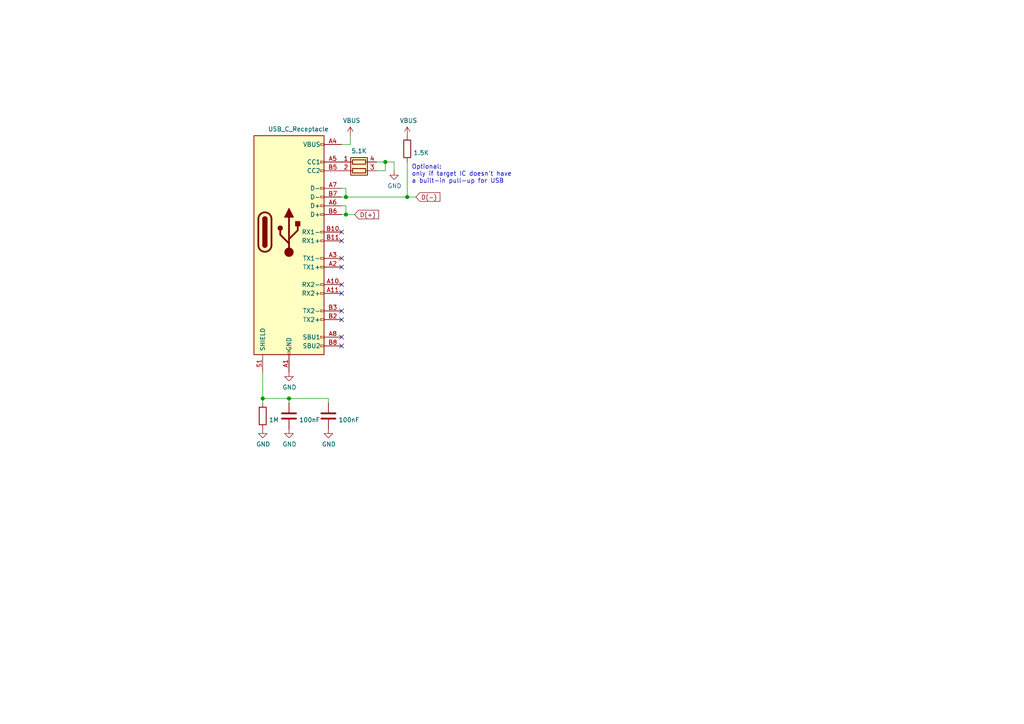
<source format=kicad_sch>
(kicad_sch (version 20210406) (generator eeschema)
  (paper "A4")
  (lib_symbols
    (symbol "Connector:USB_C_Receptacle" (pin_names (offset 1.016))
      (property "Reference" "J" (at -10.16 29.21 0))
      (property "Value" "USB_C_Receptacle" (at 10.16 29.21 0))
      (symbol "USB_C_Receptacle_0_0"
        (rectangle (start -0.254 -35.56) (end 0.254 -34.544))
        (rectangle (start 10.16 -32.766) (end 9.144 -33.274))
        (rectangle (start 10.16 -30.226) (end 9.144 -30.734))
        (rectangle (start 10.16 -25.146) (end 9.144 -25.654))
        (rectangle (start 10.16 -22.606) (end 9.144 -23.114))
        (rectangle (start 10.16 -17.526) (end 9.144 -18.034))
        (rectangle (start 10.16 -14.986) (end 9.144 -15.494))
        (rectangle (start 10.16 -9.906) (end 9.144 -10.414))
        (rectangle (start 10.16 -7.366) (end 9.144 -7.874))
        (rectangle (start 10.16 -2.286) (end 9.144 -2.794))
        (rectangle (start 10.16 0.254) (end 9.144 -0.254))
        (rectangle (start 10.16 5.334) (end 9.144 4.826))
        (rectangle (start 10.16 7.874) (end 9.144 7.366))
        (rectangle (start 10.16 10.414) (end 9.144 9.906))
        (rectangle (start 10.16 12.954) (end 9.144 12.446))
        (rectangle (start 10.16 18.034) (end 9.144 17.526))
        (rectangle (start 10.16 20.574) (end 9.144 20.066))
        (rectangle (start 10.16 25.654) (end 9.144 25.146))
      )
      (symbol "USB_C_Receptacle_0_1"
        (arc (start -8.89 -3.81) (end -5.08 -3.81) (radius (at -6.985 -3.81) (length 1.905) (angles -179.9 -0.1)) (stroke (width 0.508)))
        (arc (start -7.62 -3.81) (end -6.35 -3.81) (radius (at -6.985 -3.81) (length 0.635) (angles -179.9 -0.1)) (stroke (width 0.254)))
        (arc (start -6.35 3.81) (end -7.62 3.81) (radius (at -6.985 3.81) (length 0.635) (angles 0.1 179.9)) (stroke (width 0.254)))
        (arc (start -5.08 3.81) (end -8.89 3.81) (radius (at -6.985 3.81) (length 1.905) (angles 0.1 179.9)) (stroke (width 0.508)))
        (arc (start -7.62 -3.81) (end -6.35 -3.81) (radius (at -6.985 -3.81) (length 0.635) (angles -179.9 -0.1)) (stroke (width 0.254)) (fill (type outline)))
        (arc (start -6.35 3.81) (end -7.62 3.81) (radius (at -6.985 3.81) (length 0.635) (angles 0.1 179.9)) (stroke (width 0.254)) (fill (type outline)))
        (rectangle (start -7.62 -3.81) (end -6.35 3.81) (stroke (width 0.254)) (fill (type outline)))
        (rectangle (start -10.16 27.94) (end 10.16 -35.56) (stroke (width 0.254)) (fill (type background)))
        (polyline (pts (xy -8.89 -3.81) (xy -8.89 3.81)) (stroke (width 0.508)))
        (polyline (pts (xy -5.08 3.81) (xy -5.08 -3.81)) (stroke (width 0.508)))
      )
      (symbol "USB_C_Receptacle_1_1"
        (circle (center -2.54 1.143) (radius 0.635) (stroke (width 0.254)) (fill (type outline)))
        (circle (center 0 -5.842) (radius 1.27) (fill (type outline)))
        (rectangle (start 1.905 1.778) (end 3.175 3.048) (stroke (width 0.254)) (fill (type outline)))
        (polyline (pts (xy 0 -5.842) (xy 0 4.318)) (stroke (width 0.508)))
        (polyline (pts (xy 0 -3.302) (xy -2.54 -0.762) (xy -2.54 0.508)) (stroke (width 0.508)))
        (polyline (pts (xy 0 -2.032) (xy 2.54 0.508) (xy 2.54 1.778)) (stroke (width 0.508)))
        (polyline (pts (xy -1.27 4.318) (xy 0 6.858) (xy 1.27 4.318) (xy -1.27 4.318)) (stroke (width 0.254)) (fill (type outline)))
        (pin passive line (at 0 -40.64 90) (length 5.08) (name "GND") (number "A1"))
        (pin bidirectional line (at 15.24 -15.24 180) (length 5.08) (name "RX2-") (number "A10"))
        (pin bidirectional line (at 15.24 -17.78 180) (length 5.08) (name "RX2+") (number "A11"))
        (pin passive line (at 0 -40.64 90) (length 5.08) hide (name "GND") (number "A12"))
        (pin bidirectional line (at 15.24 -10.16 180) (length 5.08) (name "TX1+") (number "A2"))
        (pin bidirectional line (at 15.24 -7.62 180) (length 5.08) (name "TX1-") (number "A3"))
        (pin passive line (at 15.24 25.4 180) (length 5.08) (name "VBUS") (number "A4"))
        (pin bidirectional line (at 15.24 20.32 180) (length 5.08) (name "CC1") (number "A5"))
        (pin bidirectional line (at 15.24 7.62 180) (length 5.08) (name "D+") (number "A6"))
        (pin bidirectional line (at 15.24 12.7 180) (length 5.08) (name "D-") (number "A7"))
        (pin bidirectional line (at 15.24 -30.48 180) (length 5.08) (name "SBU1") (number "A8"))
        (pin passive line (at 15.24 25.4 180) (length 5.08) hide (name "VBUS") (number "A9"))
        (pin passive line (at 0 -40.64 90) (length 5.08) hide (name "GND") (number "B1"))
        (pin bidirectional line (at 15.24 0 180) (length 5.08) (name "RX1-") (number "B10"))
        (pin bidirectional line (at 15.24 -2.54 180) (length 5.08) (name "RX1+") (number "B11"))
        (pin passive line (at 0 -40.64 90) (length 5.08) hide (name "GND") (number "B12"))
        (pin bidirectional line (at 15.24 -25.4 180) (length 5.08) (name "TX2+") (number "B2"))
        (pin bidirectional line (at 15.24 -22.86 180) (length 5.08) (name "TX2-") (number "B3"))
        (pin passive line (at 15.24 25.4 180) (length 5.08) hide (name "VBUS") (number "B4"))
        (pin bidirectional line (at 15.24 17.78 180) (length 5.08) (name "CC2") (number "B5"))
        (pin bidirectional line (at 15.24 5.08 180) (length 5.08) (name "D+") (number "B6"))
        (pin bidirectional line (at 15.24 10.16 180) (length 5.08) (name "D-") (number "B7"))
        (pin bidirectional line (at 15.24 -33.02 180) (length 5.08) (name "SBU2") (number "B8"))
        (pin passive line (at 15.24 25.4 180) (length 5.08) hide (name "VBUS") (number "B9"))
        (pin passive line (at -7.62 -40.64 90) (length 5.08) (name "SHIELD") (number "S1"))
      )
    )
    (symbol "Device:C" (pin_numbers hide) (pin_names (offset 0.254))
      (property "Reference" "C" (at 0.635 2.54 0))
      (property "Value" "C" (at 0.635 -2.54 0))
      (symbol "C_0_1"
        (polyline (pts (xy -2.032 -0.762) (xy 2.032 -0.762)) (stroke (width 0.508)))
        (polyline (pts (xy -2.032 0.762) (xy 2.032 0.762)) (stroke (width 0.508)))
      )
      (symbol "C_1_1"
        (pin passive line (at 0 3.81 270) (length 2.794) (name "~") (number "1"))
        (pin passive line (at 0 -3.81 90) (length 2.794) (name "~") (number "2"))
      )
    )
    (symbol "Device:R" (pin_numbers hide) (pin_names (offset 0))
      (property "Reference" "R" (at 2.032 0 90))
      (property "Value" "R" (at 0 0 90))
      (symbol "R_0_1"
        (rectangle (start -1.016 -2.54) (end 1.016 2.54) (stroke (width 0.254)))
      )
      (symbol "R_1_1"
        (pin passive line (at 0 3.81 270) (length 1.27) (name "~") (number "1"))
        (pin passive line (at 0 -3.81 90) (length 1.27) (name "~") (number "2"))
      )
    )
    (symbol "Device:R_Pack02" (pin_names (offset 0) hide)
      (property "Reference" "RN" (at -5.08 0 90))
      (property "Value" "R_Pack02" (at 2.54 0 90))
      (symbol "R_Pack02_0_1"
        (rectangle (start -3.175 1.905) (end -1.905 -1.905) (stroke (width 0.254)))
        (rectangle (start -0.635 1.905) (end 0.635 -1.905) (stroke (width 0.254)))
        (rectangle (start -3.81 -2.413) (end 1.27 2.413) (stroke (width 0.254)) (fill (type background)))
        (polyline (pts (xy -2.54 -2.54) (xy -2.54 -1.905)))
        (polyline (pts (xy -2.54 1.905) (xy -2.54 2.54)))
        (polyline (pts (xy 0 -2.54) (xy 0 -1.905)))
        (polyline (pts (xy 0 1.905) (xy 0 2.54)))
      )
      (symbol "R_Pack02_1_1"
        (pin passive line (at -2.54 -5.08 90) (length 2.54) (name "R1.1") (number "1"))
        (pin passive line (at 0 -5.08 90) (length 2.54) (name "R2.1") (number "2"))
        (pin passive line (at 0 5.08 270) (length 2.54) (name "R2.2") (number "3"))
        (pin passive line (at -2.54 5.08 270) (length 2.54) (name "R1.2") (number "4"))
      )
    )
    (symbol "power:GND" (power) (pin_names (offset 0))
      (property "Value" "GND" (at 0 -3.81 0))
      (symbol "GND_0_1"
        (polyline (pts (xy 0 0) (xy 0 -1.27) (xy 1.27 -1.27) (xy 0 -2.54) (xy -1.27 -1.27) (xy 0 -1.27)))
      )
      (symbol "GND_1_1"
        (pin power_in line (at 0 0 270) (length 0) hide (name "GND") (number "1"))
      )
    )
    (symbol "power:VBUS" (power) (pin_names (offset 0))
      (property "Value" "VBUS" (at 0 3.81 0))
      (symbol "VBUS_0_1"
        (polyline (pts (xy -0.762 1.27) (xy 0 2.54)))
        (polyline (pts (xy 0 0) (xy 0 2.54)))
        (polyline (pts (xy 0 2.54) (xy 0.762 1.27)))
      )
      (symbol "VBUS_1_1"
        (pin power_in line (at 0 0 90) (length 0) hide (name "VBUS") (number "1"))
      )
    )
  )
  (junction (at 76.2 115.57) (diameter 1.016))
  (junction (at 83.82 115.57) (diameter 1.016))
  (junction (at 100.33 57.15) (diameter 1.016))
  (junction (at 100.33 62.23) (diameter 1.016))
  (junction (at 111.76 46.99) (diameter 1.016))
  (junction (at 118.11 57.15) (diameter 1.016))
  (no_connect (at 99.06 67.31))
  (no_connect (at 99.06 69.85))
  (no_connect (at 99.06 74.93))
  (no_connect (at 99.06 77.47))
  (no_connect (at 99.06 82.55))
  (no_connect (at 99.06 85.09))
  (no_connect (at 99.06 90.17))
  (no_connect (at 99.06 92.71))
  (no_connect (at 99.06 97.79))
  (no_connect (at 99.06 100.33))
  (wire (pts (xy 76.2 107.95) (xy 76.2 115.57)))
  (wire (pts (xy 76.2 115.57) (xy 76.2 116.84)))
  (wire (pts (xy 83.82 115.57) (xy 76.2 115.57)))
  (wire (pts (xy 83.82 116.84) (xy 83.82 115.57)))
  (wire (pts (xy 95.25 115.57) (xy 83.82 115.57)))
  (wire (pts (xy 95.25 116.84) (xy 95.25 115.57)))
  (wire (pts (xy 99.06 41.91) (xy 101.6 41.91)))
  (wire (pts (xy 99.06 54.61) (xy 100.33 54.61)))
  (wire (pts (xy 99.06 59.69) (xy 100.33 59.69)))
  (wire (pts (xy 100.33 54.61) (xy 100.33 57.15)))
  (wire (pts (xy 100.33 57.15) (xy 99.06 57.15)))
  (wire (pts (xy 100.33 57.15) (xy 118.11 57.15)))
  (wire (pts (xy 100.33 59.69) (xy 100.33 62.23)))
  (wire (pts (xy 100.33 62.23) (xy 99.06 62.23)))
  (wire (pts (xy 100.33 62.23) (xy 102.87 62.23)))
  (wire (pts (xy 101.6 41.91) (xy 101.6 39.37)))
  (wire (pts (xy 109.22 46.99) (xy 111.76 46.99)))
  (wire (pts (xy 109.22 49.53) (xy 111.76 49.53)))
  (wire (pts (xy 111.76 46.99) (xy 111.76 49.53)))
  (wire (pts (xy 111.76 46.99) (xy 114.3 46.99)))
  (wire (pts (xy 114.3 46.99) (xy 114.3 49.53)))
  (wire (pts (xy 118.11 46.99) (xy 118.11 57.15)))
  (wire (pts (xy 118.11 57.15) (xy 120.65 57.15)))
  (text "Optional:\nonly if target IC doesn't have\na built-in pull-up for USB" (at 119.38 53.34 0) (effects (font (size 1.27 1.27)) (justify left bottom)))
  (global_label "D(+)" (shape input) (at 102.87 62.23 0) (property "Intersheet References" "${INTERSHEET_REFS}" (effects hide)))
  (global_label "D(-)" (shape input) (at 120.65 57.15 0) (property "Intersheet References" "${INTERSHEET_REFS}" (effects hide)))
  (symbol (lib_id "power:VBUS") (at 101.6 39.37 0) (unit 1)
    (property "Reference" "#PWR?" (effects hide))
    (property "Value" "VBUS" (at 101.981 34.9758 0))
  )
  (symbol (lib_id "power:VBUS") (at 118.11 39.37 0) (unit 1)
    (property "Reference" "#PWR?" (effects hide))
    (property "Value" "VBUS" (at 118.491 34.9758 0))
  )
  (symbol (lib_id "power:GND") (at 76.2 124.46 0) (unit 1)
    (property "Reference" "#PWR?" (effects hide))
    (property "Value" "GND" (at 76.327 128.8542 0))
  )
  (symbol (lib_id "power:GND") (at 83.82 107.95 0) (unit 1)
    (property "Reference" "#PWR?" (effects hide))
    (property "Value" "GND" (at 83.947 112.3442 0))
  )
  (symbol (lib_id "power:GND") (at 83.82 124.46 0) (unit 1)
    (property "Reference" "#PWR?" (effects hide))
    (property "Value" "GND" (at 83.947 128.8542 0))
  )
  (symbol (lib_id "power:GND") (at 95.25 124.46 0) (unit 1)
    (property "Reference" "#PWR?" (effects hide))
    (property "Value" "GND" (at 95.377 128.8542 0))
  )
  (symbol (lib_id "power:GND") (at 114.3 49.53 0) (unit 1)
    (property "Reference" "#PWR?" (effects hide))
    (property "Value" "GND" (at 114.427 53.9242 0))
  )
  (symbol (lib_id "Device:R") (at 76.2 120.65 0) (unit 1)
    (property "Reference" "R?" (effects hide))
    (property "Value" "1M" (at 77.978 121.793 0) (effects (justify left)))
  )
  (symbol (lib_id "Device:R") (at 118.11 43.18 0) (unit 1)
    (property "Reference" "R?" (effects hide))
    (property "Value" "1.5K" (at 119.888 44.323 0) (effects (justify left)))
  )
  (symbol (lib_id "Device:C") (at 83.82 120.65 0) (unit 1)
    (property "Reference" "C?" (effects hide))
    (property "Value" "100nF" (at 86.741 121.793 0) (effects (justify left)))
  )
  (symbol (lib_id "Device:C") (at 95.25 120.65 0) (unit 1)
    (property "Reference" "C?" (effects hide))
    (property "Value" "100nF" (at 98.171 121.793 0) (effects (justify left)))
  )
  (symbol (lib_id "Device:R_Pack02") (at 104.14 49.53 270) (unit 1)
    (property "Reference" "RN?" (effects hide))
    (property "Value" "5.1K" (at 104.14 43.7896 90))
  )
  (symbol (lib_id "Connector:USB_C_Receptacle") (at 83.82 67.31 0) (unit 1)
    (property "Reference" "J?" (effects hide))
    (property "Value" "USB_C_Receptacle" (at 86.5378 37.4396 0))
    (property "Datasheet" "https://www.usb.org/sites/default/files/documents/usb_type-c.zip" (effects hide))
  )
)
</source>
